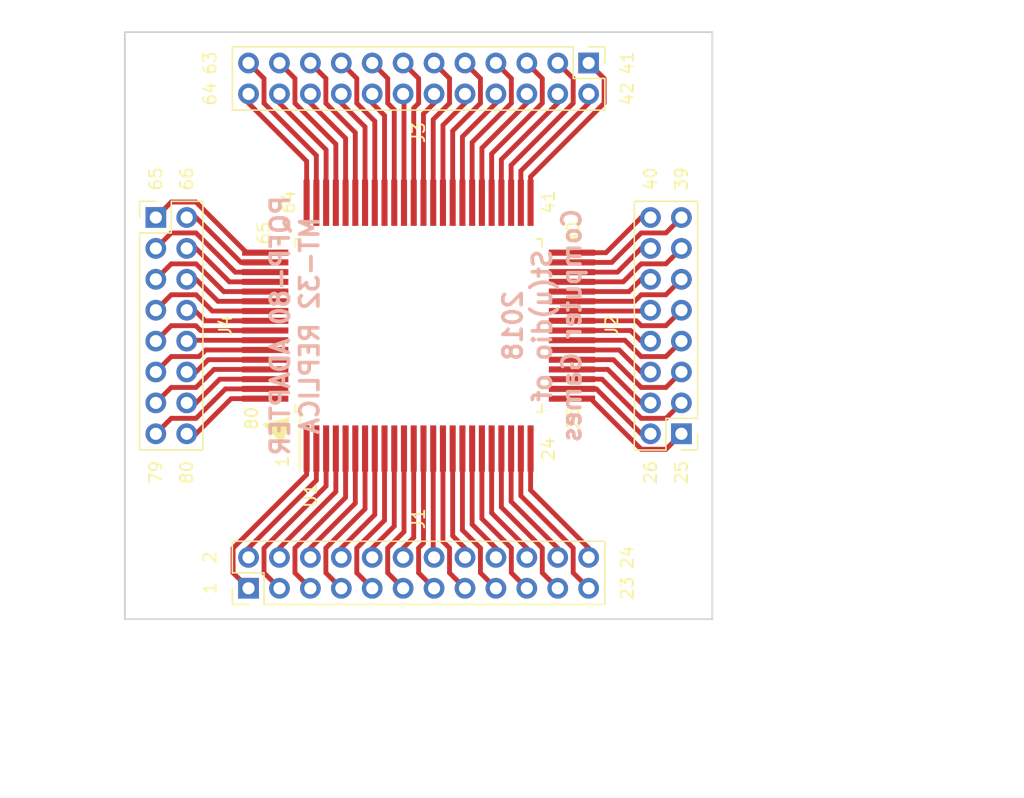
<source format=kicad_pcb>
(kicad_pcb (version 4) (host pcbnew 4.0.7)

  (general
    (links 80)
    (no_connects 0)
    (area 96.419999 81.179999 183.951429 148.750001)
    (thickness 1.6)
    (drawings 26)
    (tracks 277)
    (zones 0)
    (modules 5)
    (nets 81)
  )

  (page A4)
  (layers
    (0 F.Cu signal)
    (31 B.Cu signal)
    (32 B.Adhes user)
    (33 F.Adhes user)
    (34 B.Paste user)
    (35 F.Paste user)
    (36 B.SilkS user)
    (37 F.SilkS user)
    (38 B.Mask user)
    (39 F.Mask user)
    (40 Dwgs.User user)
    (41 Cmts.User user)
    (42 Eco1.User user)
    (43 Eco2.User user)
    (44 Edge.Cuts user)
    (45 Margin user)
    (46 B.CrtYd user)
    (47 F.CrtYd user)
    (48 B.Fab user)
    (49 F.Fab user)
  )

  (setup
    (last_trace_width 0.4)
    (trace_clearance 0.2)
    (zone_clearance 0.508)
    (zone_45_only no)
    (trace_min 0.2)
    (segment_width 0.2)
    (edge_width 0.15)
    (via_size 0.6)
    (via_drill 0.4)
    (via_min_size 0.4)
    (via_min_drill 0.3)
    (uvia_size 0.3)
    (uvia_drill 0.1)
    (uvias_allowed no)
    (uvia_min_size 0.2)
    (uvia_min_drill 0.1)
    (pcb_text_width 0.3)
    (pcb_text_size 1.5 1.5)
    (mod_edge_width 0.15)
    (mod_text_size 1 1)
    (mod_text_width 0.15)
    (pad_size 1.524 1.524)
    (pad_drill 0.762)
    (pad_to_mask_clearance 0.2)
    (aux_axis_origin 0 0)
    (visible_elements 7FFFFFFF)
    (pcbplotparams
      (layerselection 0x010f0_80000001)
      (usegerberextensions false)
      (excludeedgelayer true)
      (linewidth 0.100000)
      (plotframeref false)
      (viasonmask false)
      (mode 1)
      (useauxorigin false)
      (hpglpennumber 1)
      (hpglpenspeed 20)
      (hpglpendiameter 15)
      (hpglpenoverlay 2)
      (psnegative false)
      (psa4output false)
      (plotreference true)
      (plotvalue true)
      (plotinvisibletext false)
      (padsonsilk false)
      (subtractmaskfromsilk false)
      (outputformat 1)
      (mirror false)
      (drillshape 0)
      (scaleselection 1)
      (outputdirectory ""))
  )

  (net 0 "")
  (net 1 /P1)
  (net 2 /P2)
  (net 3 /P3)
  (net 4 /P4)
  (net 5 /P5)
  (net 6 /P6)
  (net 7 /P7)
  (net 8 /P8)
  (net 9 /P9)
  (net 10 /P10)
  (net 11 /P11)
  (net 12 /P12)
  (net 13 /P13)
  (net 14 /P14)
  (net 15 /P15)
  (net 16 /P16)
  (net 17 /P17)
  (net 18 /P18)
  (net 19 /P19)
  (net 20 /P20)
  (net 21 /P21)
  (net 22 /P22)
  (net 23 /P23)
  (net 24 /P24)
  (net 25 /P25)
  (net 26 /P26)
  (net 27 /P27)
  (net 28 /P28)
  (net 29 /P29)
  (net 30 /P30)
  (net 31 /P31)
  (net 32 /P32)
  (net 33 /P33)
  (net 34 /P34)
  (net 35 /P35)
  (net 36 /P36)
  (net 37 /P37)
  (net 38 /P38)
  (net 39 /P39)
  (net 40 /P40)
  (net 41 /P41)
  (net 42 /P42)
  (net 43 /P43)
  (net 44 /P44)
  (net 45 /P45)
  (net 46 /P46)
  (net 47 /P47)
  (net 48 /P48)
  (net 49 /P49)
  (net 50 /P50)
  (net 51 /P51)
  (net 52 /P52)
  (net 53 /P53)
  (net 54 /P54)
  (net 55 /P55)
  (net 56 /P56)
  (net 57 /P57)
  (net 58 /P58)
  (net 59 /P59)
  (net 60 /P60)
  (net 61 /P61)
  (net 62 /P62)
  (net 63 /P63)
  (net 64 /P64)
  (net 65 /P65)
  (net 66 /P66)
  (net 67 /P67)
  (net 68 /P68)
  (net 69 /P69)
  (net 70 /P70)
  (net 71 /P71)
  (net 72 /P72)
  (net 73 /P73)
  (net 74 /P74)
  (net 75 /P75)
  (net 76 /P76)
  (net 77 /P77)
  (net 78 /P78)
  (net 79 /P79)
  (net 80 /P80)

  (net_class Default "Это класс цепей по умолчанию."
    (clearance 0.2)
    (trace_width 0.4)
    (via_dia 0.6)
    (via_drill 0.4)
    (uvia_dia 0.3)
    (uvia_drill 0.1)
    (add_net /P1)
    (add_net /P10)
    (add_net /P11)
    (add_net /P12)
    (add_net /P13)
    (add_net /P14)
    (add_net /P15)
    (add_net /P16)
    (add_net /P17)
    (add_net /P18)
    (add_net /P19)
    (add_net /P2)
    (add_net /P20)
    (add_net /P21)
    (add_net /P22)
    (add_net /P23)
    (add_net /P24)
    (add_net /P25)
    (add_net /P26)
    (add_net /P27)
    (add_net /P28)
    (add_net /P29)
    (add_net /P3)
    (add_net /P30)
    (add_net /P31)
    (add_net /P32)
    (add_net /P33)
    (add_net /P34)
    (add_net /P35)
    (add_net /P36)
    (add_net /P37)
    (add_net /P38)
    (add_net /P39)
    (add_net /P4)
    (add_net /P40)
    (add_net /P41)
    (add_net /P42)
    (add_net /P43)
    (add_net /P44)
    (add_net /P45)
    (add_net /P46)
    (add_net /P47)
    (add_net /P48)
    (add_net /P49)
    (add_net /P5)
    (add_net /P50)
    (add_net /P51)
    (add_net /P52)
    (add_net /P53)
    (add_net /P54)
    (add_net /P55)
    (add_net /P56)
    (add_net /P57)
    (add_net /P58)
    (add_net /P59)
    (add_net /P6)
    (add_net /P60)
    (add_net /P61)
    (add_net /P62)
    (add_net /P63)
    (add_net /P64)
    (add_net /P65)
    (add_net /P66)
    (add_net /P67)
    (add_net /P68)
    (add_net /P69)
    (add_net /P7)
    (add_net /P70)
    (add_net /P71)
    (add_net /P72)
    (add_net /P73)
    (add_net /P74)
    (add_net /P75)
    (add_net /P76)
    (add_net /P77)
    (add_net /P78)
    (add_net /P79)
    (add_net /P8)
    (add_net /P80)
    (add_net /P9)
  )

  (module Pin_Headers:Pin_Header_Straight_2x12_Pitch2.54mm (layer F.Cu) (tedit 5B5CA320) (tstamp 5B56EC5A)
    (at 116.84 129.54 90)
    (descr "Through hole straight pin header, 2x12, 2.54mm pitch, double rows")
    (tags "Through hole pin header THT 2x12 2.54mm double row")
    (path /5B54EE68)
    (fp_text reference J1 (at 5.715 13.97 90) (layer F.SilkS)
      (effects (font (size 1 1) (thickness 0.15)))
    )
    (fp_text value DOWN (at 1.27 0 90) (layer F.Fab)
      (effects (font (size 1 1) (thickness 0.15)))
    )
    (fp_line (start 0 -1.27) (end 3.81 -1.27) (layer F.Fab) (width 0.1))
    (fp_line (start 3.81 -1.27) (end 3.81 29.21) (layer F.Fab) (width 0.1))
    (fp_line (start 3.81 29.21) (end -1.27 29.21) (layer F.Fab) (width 0.1))
    (fp_line (start -1.27 29.21) (end -1.27 0) (layer F.Fab) (width 0.1))
    (fp_line (start -1.27 0) (end 0 -1.27) (layer F.Fab) (width 0.1))
    (fp_line (start -1.33 29.27) (end 3.87 29.27) (layer F.SilkS) (width 0.12))
    (fp_line (start -1.33 1.27) (end -1.33 29.27) (layer F.SilkS) (width 0.12))
    (fp_line (start 3.87 -1.33) (end 3.87 29.27) (layer F.SilkS) (width 0.12))
    (fp_line (start -1.33 1.27) (end 1.27 1.27) (layer F.SilkS) (width 0.12))
    (fp_line (start 1.27 1.27) (end 1.27 -1.33) (layer F.SilkS) (width 0.12))
    (fp_line (start 1.27 -1.33) (end 3.87 -1.33) (layer F.SilkS) (width 0.12))
    (fp_line (start -1.33 0) (end -1.33 -1.33) (layer F.SilkS) (width 0.12))
    (fp_line (start -1.33 -1.33) (end 0 -1.33) (layer F.SilkS) (width 0.12))
    (fp_line (start -1.8 -1.8) (end -1.8 29.75) (layer F.CrtYd) (width 0.05))
    (fp_line (start -1.8 29.75) (end 4.35 29.75) (layer F.CrtYd) (width 0.05))
    (fp_line (start 4.35 29.75) (end 4.35 -1.8) (layer F.CrtYd) (width 0.05))
    (fp_line (start 4.35 -1.8) (end -1.8 -1.8) (layer F.CrtYd) (width 0.05))
    (fp_text user %R (at 1.27 13.97 180) (layer F.Fab)
      (effects (font (size 1 1) (thickness 0.15)))
    )
    (pad 1 thru_hole rect (at 0 0 90) (size 1.7 1.7) (drill 1) (layers *.Cu *.Mask)
      (net 1 /P1))
    (pad 2 thru_hole oval (at 2.54 0 90) (size 1.7 1.7) (drill 1) (layers *.Cu *.Mask)
      (net 2 /P2))
    (pad 3 thru_hole oval (at 0 2.54 90) (size 1.7 1.7) (drill 1) (layers *.Cu *.Mask)
      (net 3 /P3))
    (pad 4 thru_hole oval (at 2.54 2.54 90) (size 1.7 1.7) (drill 1) (layers *.Cu *.Mask)
      (net 4 /P4))
    (pad 5 thru_hole oval (at 0 5.08 90) (size 1.7 1.7) (drill 1) (layers *.Cu *.Mask)
      (net 5 /P5))
    (pad 6 thru_hole oval (at 2.54 5.08 90) (size 1.7 1.7) (drill 1) (layers *.Cu *.Mask)
      (net 6 /P6))
    (pad 7 thru_hole oval (at 0 7.62 90) (size 1.7 1.7) (drill 1) (layers *.Cu *.Mask)
      (net 7 /P7))
    (pad 8 thru_hole oval (at 2.54 7.62 90) (size 1.7 1.7) (drill 1) (layers *.Cu *.Mask)
      (net 8 /P8))
    (pad 9 thru_hole oval (at 0 10.16 90) (size 1.7 1.7) (drill 1) (layers *.Cu *.Mask)
      (net 9 /P9))
    (pad 10 thru_hole oval (at 2.54 10.16 90) (size 1.7 1.7) (drill 1) (layers *.Cu *.Mask)
      (net 10 /P10))
    (pad 11 thru_hole oval (at 0 12.7 90) (size 1.7 1.7) (drill 1) (layers *.Cu *.Mask)
      (net 11 /P11))
    (pad 12 thru_hole oval (at 2.54 12.7 90) (size 1.7 1.7) (drill 1) (layers *.Cu *.Mask)
      (net 12 /P12))
    (pad 13 thru_hole oval (at 0 15.24 90) (size 1.7 1.7) (drill 1) (layers *.Cu *.Mask)
      (net 13 /P13))
    (pad 14 thru_hole oval (at 2.54 15.24 90) (size 1.7 1.7) (drill 1) (layers *.Cu *.Mask)
      (net 14 /P14))
    (pad 15 thru_hole oval (at 0 17.78 90) (size 1.7 1.7) (drill 1) (layers *.Cu *.Mask)
      (net 15 /P15))
    (pad 16 thru_hole oval (at 2.54 17.78 90) (size 1.7 1.7) (drill 1) (layers *.Cu *.Mask)
      (net 16 /P16))
    (pad 17 thru_hole oval (at 0 20.32 90) (size 1.7 1.7) (drill 1) (layers *.Cu *.Mask)
      (net 17 /P17))
    (pad 18 thru_hole oval (at 2.54 20.32 90) (size 1.7 1.7) (drill 1) (layers *.Cu *.Mask)
      (net 18 /P18))
    (pad 19 thru_hole oval (at 0 22.86 90) (size 1.7 1.7) (drill 1) (layers *.Cu *.Mask)
      (net 19 /P19))
    (pad 20 thru_hole oval (at 2.54 22.86 90) (size 1.7 1.7) (drill 1) (layers *.Cu *.Mask)
      (net 20 /P20))
    (pad 21 thru_hole oval (at 0 25.4 90) (size 1.7 1.7) (drill 1) (layers *.Cu *.Mask)
      (net 21 /P21))
    (pad 22 thru_hole oval (at 2.54 25.4 90) (size 1.7 1.7) (drill 1) (layers *.Cu *.Mask)
      (net 22 /P22))
    (pad 23 thru_hole oval (at 0 27.94 90) (size 1.7 1.7) (drill 1) (layers *.Cu *.Mask)
      (net 23 /P23))
    (pad 24 thru_hole oval (at 2.54 27.94 90) (size 1.7 1.7) (drill 1) (layers *.Cu *.Mask)
      (net 24 /P24))
    (model ${KISYS3DMOD}/Pin_Headers.3dshapes/Pin_Header_Straight_2x12_Pitch2.54mm.wrl
      (at (xyz 0 0 0))
      (scale (xyz 1 1 1))
      (rotate (xyz 0 0 0))
    )
  )

  (module Pin_Headers:Pin_Header_Straight_2x08_Pitch2.54mm (layer F.Cu) (tedit 5B5CA319) (tstamp 5B56EC80)
    (at 152.4 116.84 180)
    (descr "Through hole straight pin header, 2x08, 2.54mm pitch, double rows")
    (tags "Through hole pin header THT 2x08 2.54mm double row")
    (path /5B54EEE2)
    (fp_text reference J2 (at 5.715 8.89 270) (layer F.SilkS)
      (effects (font (size 1 1) (thickness 0.15)))
    )
    (fp_text value RIGHT (at 1.27 0 180) (layer F.Fab)
      (effects (font (size 1 1) (thickness 0.15)))
    )
    (fp_line (start 0 -1.27) (end 3.81 -1.27) (layer F.Fab) (width 0.1))
    (fp_line (start 3.81 -1.27) (end 3.81 19.05) (layer F.Fab) (width 0.1))
    (fp_line (start 3.81 19.05) (end -1.27 19.05) (layer F.Fab) (width 0.1))
    (fp_line (start -1.27 19.05) (end -1.27 0) (layer F.Fab) (width 0.1))
    (fp_line (start -1.27 0) (end 0 -1.27) (layer F.Fab) (width 0.1))
    (fp_line (start -1.33 19.11) (end 3.87 19.11) (layer F.SilkS) (width 0.12))
    (fp_line (start -1.33 1.27) (end -1.33 19.11) (layer F.SilkS) (width 0.12))
    (fp_line (start 3.87 -1.33) (end 3.87 19.11) (layer F.SilkS) (width 0.12))
    (fp_line (start -1.33 1.27) (end 1.27 1.27) (layer F.SilkS) (width 0.12))
    (fp_line (start 1.27 1.27) (end 1.27 -1.33) (layer F.SilkS) (width 0.12))
    (fp_line (start 1.27 -1.33) (end 3.87 -1.33) (layer F.SilkS) (width 0.12))
    (fp_line (start -1.33 0) (end -1.33 -1.33) (layer F.SilkS) (width 0.12))
    (fp_line (start -1.33 -1.33) (end 0 -1.33) (layer F.SilkS) (width 0.12))
    (fp_line (start -1.8 -1.8) (end -1.8 19.55) (layer F.CrtYd) (width 0.05))
    (fp_line (start -1.8 19.55) (end 4.35 19.55) (layer F.CrtYd) (width 0.05))
    (fp_line (start 4.35 19.55) (end 4.35 -1.8) (layer F.CrtYd) (width 0.05))
    (fp_line (start 4.35 -1.8) (end -1.8 -1.8) (layer F.CrtYd) (width 0.05))
    (fp_text user %R (at 1.27 8.89 270) (layer F.Fab)
      (effects (font (size 1 1) (thickness 0.15)))
    )
    (pad 1 thru_hole rect (at 0 0 180) (size 1.7 1.7) (drill 1) (layers *.Cu *.Mask)
      (net 25 /P25))
    (pad 2 thru_hole oval (at 2.54 0 180) (size 1.7 1.7) (drill 1) (layers *.Cu *.Mask)
      (net 26 /P26))
    (pad 3 thru_hole oval (at 0 2.54 180) (size 1.7 1.7) (drill 1) (layers *.Cu *.Mask)
      (net 27 /P27))
    (pad 4 thru_hole oval (at 2.54 2.54 180) (size 1.7 1.7) (drill 1) (layers *.Cu *.Mask)
      (net 28 /P28))
    (pad 5 thru_hole oval (at 0 5.08 180) (size 1.7 1.7) (drill 1) (layers *.Cu *.Mask)
      (net 29 /P29))
    (pad 6 thru_hole oval (at 2.54 5.08 180) (size 1.7 1.7) (drill 1) (layers *.Cu *.Mask)
      (net 30 /P30))
    (pad 7 thru_hole oval (at 0 7.62 180) (size 1.7 1.7) (drill 1) (layers *.Cu *.Mask)
      (net 31 /P31))
    (pad 8 thru_hole oval (at 2.54 7.62 180) (size 1.7 1.7) (drill 1) (layers *.Cu *.Mask)
      (net 32 /P32))
    (pad 9 thru_hole oval (at 0 10.16 180) (size 1.7 1.7) (drill 1) (layers *.Cu *.Mask)
      (net 33 /P33))
    (pad 10 thru_hole oval (at 2.54 10.16 180) (size 1.7 1.7) (drill 1) (layers *.Cu *.Mask)
      (net 34 /P34))
    (pad 11 thru_hole oval (at 0 12.7 180) (size 1.7 1.7) (drill 1) (layers *.Cu *.Mask)
      (net 35 /P35))
    (pad 12 thru_hole oval (at 2.54 12.7 180) (size 1.7 1.7) (drill 1) (layers *.Cu *.Mask)
      (net 36 /P36))
    (pad 13 thru_hole oval (at 0 15.24 180) (size 1.7 1.7) (drill 1) (layers *.Cu *.Mask)
      (net 37 /P37))
    (pad 14 thru_hole oval (at 2.54 15.24 180) (size 1.7 1.7) (drill 1) (layers *.Cu *.Mask)
      (net 38 /P38))
    (pad 15 thru_hole oval (at 0 17.78 180) (size 1.7 1.7) (drill 1) (layers *.Cu *.Mask)
      (net 39 /P39))
    (pad 16 thru_hole oval (at 2.54 17.78 180) (size 1.7 1.7) (drill 1) (layers *.Cu *.Mask)
      (net 40 /P40))
    (model ${KISYS3DMOD}/Pin_Headers.3dshapes/Pin_Header_Straight_2x08_Pitch2.54mm.wrl
      (at (xyz 0 0 0))
      (scale (xyz 1 1 1))
      (rotate (xyz 0 0 0))
    )
  )

  (module Pin_Headers:Pin_Header_Straight_2x12_Pitch2.54mm (layer F.Cu) (tedit 5B5CA315) (tstamp 5B56ECAE)
    (at 144.78 86.36 270)
    (descr "Through hole straight pin header, 2x12, 2.54mm pitch, double rows")
    (tags "Through hole pin header THT 2x12 2.54mm double row")
    (path /5B54EEAD)
    (fp_text reference J3 (at 5.715 13.97 270) (layer F.SilkS)
      (effects (font (size 1 1) (thickness 0.15)))
    )
    (fp_text value UP (at 1.27 0 270) (layer F.Fab)
      (effects (font (size 1 1) (thickness 0.15)))
    )
    (fp_line (start 0 -1.27) (end 3.81 -1.27) (layer F.Fab) (width 0.1))
    (fp_line (start 3.81 -1.27) (end 3.81 29.21) (layer F.Fab) (width 0.1))
    (fp_line (start 3.81 29.21) (end -1.27 29.21) (layer F.Fab) (width 0.1))
    (fp_line (start -1.27 29.21) (end -1.27 0) (layer F.Fab) (width 0.1))
    (fp_line (start -1.27 0) (end 0 -1.27) (layer F.Fab) (width 0.1))
    (fp_line (start -1.33 29.27) (end 3.87 29.27) (layer F.SilkS) (width 0.12))
    (fp_line (start -1.33 1.27) (end -1.33 29.27) (layer F.SilkS) (width 0.12))
    (fp_line (start 3.87 -1.33) (end 3.87 29.27) (layer F.SilkS) (width 0.12))
    (fp_line (start -1.33 1.27) (end 1.27 1.27) (layer F.SilkS) (width 0.12))
    (fp_line (start 1.27 1.27) (end 1.27 -1.33) (layer F.SilkS) (width 0.12))
    (fp_line (start 1.27 -1.33) (end 3.87 -1.33) (layer F.SilkS) (width 0.12))
    (fp_line (start -1.33 0) (end -1.33 -1.33) (layer F.SilkS) (width 0.12))
    (fp_line (start -1.33 -1.33) (end 0 -1.33) (layer F.SilkS) (width 0.12))
    (fp_line (start -1.8 -1.8) (end -1.8 29.75) (layer F.CrtYd) (width 0.05))
    (fp_line (start -1.8 29.75) (end 4.35 29.75) (layer F.CrtYd) (width 0.05))
    (fp_line (start 4.35 29.75) (end 4.35 -1.8) (layer F.CrtYd) (width 0.05))
    (fp_line (start 4.35 -1.8) (end -1.8 -1.8) (layer F.CrtYd) (width 0.05))
    (fp_text user %R (at 1.27 13.97 360) (layer F.Fab)
      (effects (font (size 1 1) (thickness 0.15)))
    )
    (pad 1 thru_hole rect (at 0 0 270) (size 1.7 1.7) (drill 1) (layers *.Cu *.Mask)
      (net 41 /P41))
    (pad 2 thru_hole oval (at 2.54 0 270) (size 1.7 1.7) (drill 1) (layers *.Cu *.Mask)
      (net 42 /P42))
    (pad 3 thru_hole oval (at 0 2.54 270) (size 1.7 1.7) (drill 1) (layers *.Cu *.Mask)
      (net 43 /P43))
    (pad 4 thru_hole oval (at 2.54 2.54 270) (size 1.7 1.7) (drill 1) (layers *.Cu *.Mask)
      (net 44 /P44))
    (pad 5 thru_hole oval (at 0 5.08 270) (size 1.7 1.7) (drill 1) (layers *.Cu *.Mask)
      (net 45 /P45))
    (pad 6 thru_hole oval (at 2.54 5.08 270) (size 1.7 1.7) (drill 1) (layers *.Cu *.Mask)
      (net 46 /P46))
    (pad 7 thru_hole oval (at 0 7.62 270) (size 1.7 1.7) (drill 1) (layers *.Cu *.Mask)
      (net 47 /P47))
    (pad 8 thru_hole oval (at 2.54 7.62 270) (size 1.7 1.7) (drill 1) (layers *.Cu *.Mask)
      (net 48 /P48))
    (pad 9 thru_hole oval (at 0 10.16 270) (size 1.7 1.7) (drill 1) (layers *.Cu *.Mask)
      (net 49 /P49))
    (pad 10 thru_hole oval (at 2.54 10.16 270) (size 1.7 1.7) (drill 1) (layers *.Cu *.Mask)
      (net 50 /P50))
    (pad 11 thru_hole oval (at 0 12.7 270) (size 1.7 1.7) (drill 1) (layers *.Cu *.Mask)
      (net 51 /P51))
    (pad 12 thru_hole oval (at 2.54 12.7 270) (size 1.7 1.7) (drill 1) (layers *.Cu *.Mask)
      (net 52 /P52))
    (pad 13 thru_hole oval (at 0 15.24 270) (size 1.7 1.7) (drill 1) (layers *.Cu *.Mask)
      (net 53 /P53))
    (pad 14 thru_hole oval (at 2.54 15.24 270) (size 1.7 1.7) (drill 1) (layers *.Cu *.Mask)
      (net 54 /P54))
    (pad 15 thru_hole oval (at 0 17.78 270) (size 1.7 1.7) (drill 1) (layers *.Cu *.Mask)
      (net 55 /P55))
    (pad 16 thru_hole oval (at 2.54 17.78 270) (size 1.7 1.7) (drill 1) (layers *.Cu *.Mask)
      (net 56 /P56))
    (pad 17 thru_hole oval (at 0 20.32 270) (size 1.7 1.7) (drill 1) (layers *.Cu *.Mask)
      (net 57 /P57))
    (pad 18 thru_hole oval (at 2.54 20.32 270) (size 1.7 1.7) (drill 1) (layers *.Cu *.Mask)
      (net 58 /P58))
    (pad 19 thru_hole oval (at 0 22.86 270) (size 1.7 1.7) (drill 1) (layers *.Cu *.Mask)
      (net 59 /P59))
    (pad 20 thru_hole oval (at 2.54 22.86 270) (size 1.7 1.7) (drill 1) (layers *.Cu *.Mask)
      (net 60 /P60))
    (pad 21 thru_hole oval (at 0 25.4 270) (size 1.7 1.7) (drill 1) (layers *.Cu *.Mask)
      (net 61 /P61))
    (pad 22 thru_hole oval (at 2.54 25.4 270) (size 1.7 1.7) (drill 1) (layers *.Cu *.Mask)
      (net 62 /P62))
    (pad 23 thru_hole oval (at 0 27.94 270) (size 1.7 1.7) (drill 1) (layers *.Cu *.Mask)
      (net 63 /P63))
    (pad 24 thru_hole oval (at 2.54 27.94 270) (size 1.7 1.7) (drill 1) (layers *.Cu *.Mask)
      (net 64 /P64))
    (model ${KISYS3DMOD}/Pin_Headers.3dshapes/Pin_Header_Straight_2x12_Pitch2.54mm.wrl
      (at (xyz 0 0 0))
      (scale (xyz 1 1 1))
      (rotate (xyz 0 0 0))
    )
  )

  (module Pin_Headers:Pin_Header_Straight_2x08_Pitch2.54mm (layer F.Cu) (tedit 5B5CA310) (tstamp 5B56ECD4)
    (at 109.22 99.06)
    (descr "Through hole straight pin header, 2x08, 2.54mm pitch, double rows")
    (tags "Through hole pin header THT 2x08 2.54mm double row")
    (path /5B54EF51)
    (fp_text reference J4 (at 5.715 8.89 90) (layer F.SilkS)
      (effects (font (size 1 1) (thickness 0.15)))
    )
    (fp_text value LEFT (at 1.27 0) (layer F.Fab)
      (effects (font (size 1 1) (thickness 0.15)))
    )
    (fp_line (start 0 -1.27) (end 3.81 -1.27) (layer F.Fab) (width 0.1))
    (fp_line (start 3.81 -1.27) (end 3.81 19.05) (layer F.Fab) (width 0.1))
    (fp_line (start 3.81 19.05) (end -1.27 19.05) (layer F.Fab) (width 0.1))
    (fp_line (start -1.27 19.05) (end -1.27 0) (layer F.Fab) (width 0.1))
    (fp_line (start -1.27 0) (end 0 -1.27) (layer F.Fab) (width 0.1))
    (fp_line (start -1.33 19.11) (end 3.87 19.11) (layer F.SilkS) (width 0.12))
    (fp_line (start -1.33 1.27) (end -1.33 19.11) (layer F.SilkS) (width 0.12))
    (fp_line (start 3.87 -1.33) (end 3.87 19.11) (layer F.SilkS) (width 0.12))
    (fp_line (start -1.33 1.27) (end 1.27 1.27) (layer F.SilkS) (width 0.12))
    (fp_line (start 1.27 1.27) (end 1.27 -1.33) (layer F.SilkS) (width 0.12))
    (fp_line (start 1.27 -1.33) (end 3.87 -1.33) (layer F.SilkS) (width 0.12))
    (fp_line (start -1.33 0) (end -1.33 -1.33) (layer F.SilkS) (width 0.12))
    (fp_line (start -1.33 -1.33) (end 0 -1.33) (layer F.SilkS) (width 0.12))
    (fp_line (start -1.8 -1.8) (end -1.8 19.55) (layer F.CrtYd) (width 0.05))
    (fp_line (start -1.8 19.55) (end 4.35 19.55) (layer F.CrtYd) (width 0.05))
    (fp_line (start 4.35 19.55) (end 4.35 -1.8) (layer F.CrtYd) (width 0.05))
    (fp_line (start 4.35 -1.8) (end -1.8 -1.8) (layer F.CrtYd) (width 0.05))
    (fp_text user %R (at 1.27 8.89 90) (layer F.Fab)
      (effects (font (size 1 1) (thickness 0.15)))
    )
    (pad 1 thru_hole rect (at 0 0) (size 1.7 1.7) (drill 1) (layers *.Cu *.Mask)
      (net 65 /P65))
    (pad 2 thru_hole oval (at 2.54 0) (size 1.7 1.7) (drill 1) (layers *.Cu *.Mask)
      (net 66 /P66))
    (pad 3 thru_hole oval (at 0 2.54) (size 1.7 1.7) (drill 1) (layers *.Cu *.Mask)
      (net 67 /P67))
    (pad 4 thru_hole oval (at 2.54 2.54) (size 1.7 1.7) (drill 1) (layers *.Cu *.Mask)
      (net 68 /P68))
    (pad 5 thru_hole oval (at 0 5.08) (size 1.7 1.7) (drill 1) (layers *.Cu *.Mask)
      (net 69 /P69))
    (pad 6 thru_hole oval (at 2.54 5.08) (size 1.7 1.7) (drill 1) (layers *.Cu *.Mask)
      (net 70 /P70))
    (pad 7 thru_hole oval (at 0 7.62) (size 1.7 1.7) (drill 1) (layers *.Cu *.Mask)
      (net 71 /P71))
    (pad 8 thru_hole oval (at 2.54 7.62) (size 1.7 1.7) (drill 1) (layers *.Cu *.Mask)
      (net 72 /P72))
    (pad 9 thru_hole oval (at 0 10.16) (size 1.7 1.7) (drill 1) (layers *.Cu *.Mask)
      (net 73 /P73))
    (pad 10 thru_hole oval (at 2.54 10.16) (size 1.7 1.7) (drill 1) (layers *.Cu *.Mask)
      (net 74 /P74))
    (pad 11 thru_hole oval (at 0 12.7) (size 1.7 1.7) (drill 1) (layers *.Cu *.Mask)
      (net 75 /P75))
    (pad 12 thru_hole oval (at 2.54 12.7) (size 1.7 1.7) (drill 1) (layers *.Cu *.Mask)
      (net 76 /P76))
    (pad 13 thru_hole oval (at 0 15.24) (size 1.7 1.7) (drill 1) (layers *.Cu *.Mask)
      (net 77 /P77))
    (pad 14 thru_hole oval (at 2.54 15.24) (size 1.7 1.7) (drill 1) (layers *.Cu *.Mask)
      (net 78 /P78))
    (pad 15 thru_hole oval (at 0 17.78) (size 1.7 1.7) (drill 1) (layers *.Cu *.Mask)
      (net 79 /P79))
    (pad 16 thru_hole oval (at 2.54 17.78) (size 1.7 1.7) (drill 1) (layers *.Cu *.Mask)
      (net 80 /P80))
    (model ${KISYS3DMOD}/Pin_Headers.3dshapes/Pin_Header_Straight_2x08_Pitch2.54mm.wrl
      (at (xyz 0 0 0))
      (scale (xyz 1 1 1))
      (rotate (xyz 0 0 0))
    )
  )

  (module adapter-ga:PQFP-80_14x20mm_Pitch0.8mm_Roland (layer F.Cu) (tedit 5B5CA2CA) (tstamp 5B56ED57)
    (at 130.81 107.95 90)
    (descr "PQFP80 14x20 / QIP80E CASE 122BS (see ON Semiconductor 122BS.PDF)")
    (tags "QFP 0.8")
    (path /5B54ED86)
    (attr smd)
    (fp_text reference U1 (at -13.97 -8.89 90) (layer F.SilkS)
      (effects (font (size 1 1) (thickness 0.15)))
    )
    (fp_text value HG61H15B72F (at -2.54 0 180) (layer F.Fab)
      (effects (font (size 1 1) (thickness 0.15)))
    )
    (fp_line (start -9.5885 -11.2395) (end -8.1915 -12.5095) (layer F.SilkS) (width 0.15))
    (fp_line (start -8.1915 -12.5095) (end -7.747 -10.795) (layer F.SilkS) (width 0.15))
    (fp_line (start -7.747 -10.795) (end -9.4615 -11.2395) (layer F.SilkS) (width 0.15))
    (fp_line (start -9.4615 -11.2395) (end -8.255 -12.319) (layer F.SilkS) (width 0.15))
    (fp_line (start -8.255 -12.319) (end -7.874 -10.922) (layer F.SilkS) (width 0.15))
    (fp_line (start -7.874 -10.922) (end -9.271 -11.303) (layer F.SilkS) (width 0.15))
    (fp_line (start -9.271 -11.303) (end -8.3185 -12.1285) (layer F.SilkS) (width 0.15))
    (fp_line (start -8.3185 -12.1285) (end -8.001 -11.049) (layer F.SilkS) (width 0.15))
    (fp_line (start -8.001 -11.049) (end -9.0805 -11.3665) (layer F.SilkS) (width 0.15))
    (fp_line (start -9.0805 -11.3665) (end -8.382 -11.938) (layer F.SilkS) (width 0.15))
    (fp_line (start -8.382 -11.938) (end -8.128 -11.176) (layer F.SilkS) (width 0.15))
    (fp_line (start -8.128 -11.176) (end -8.89 -11.43) (layer F.SilkS) (width 0.15))
    (fp_line (start -8.89 -11.43) (end -8.4455 -11.7475) (layer F.SilkS) (width 0.15))
    (fp_line (start -8.4455 -11.7475) (end -8.255 -11.303) (layer F.SilkS) (width 0.15))
    (fp_line (start -8.255 -11.303) (end -8.6995 -11.4935) (layer F.SilkS) (width 0.15))
    (fp_line (start -8.6995 -11.4935) (end -8.4455 -11.6205) (layer F.SilkS) (width 0.15))
    (fp_line (start -8.4455 -11.6205) (end -8.4455 -11.43) (layer F.SilkS) (width 0.15))
    (fp_text user 41 (at 10.16 10.668 90) (layer F.SilkS)
      (effects (font (size 1 1) (thickness 0.15)))
    )
    (fp_line (start -9.652 -11.176) (end -8.128 -12.7) (layer F.SilkS) (width 0.15))
    (fp_line (start -8.128 -12.7) (end -7.62 -10.668) (layer F.SilkS) (width 0.15))
    (fp_line (start -7.62 -10.668) (end -9.652 -11.176) (layer F.SilkS) (width 0.15))
    (fp_text user 64 (at 10.16 -10.668 90) (layer F.SilkS)
      (effects (font (size 1 1) (thickness 0.15)))
    )
    (fp_text user 65 (at 7.62 -12.7 90) (layer F.SilkS)
      (effects (font (size 1 1) (thickness 0.15)))
    )
    (fp_text user 80 (at -7.62 -13.716 90) (layer F.SilkS)
      (effects (font (size 1 1) (thickness 0.15)))
    )
    (fp_text user 1 (at -11.176 -11.176 90) (layer F.SilkS)
      (effects (font (size 1 1) (thickness 0.15)))
    )
    (fp_text user 24 (at -10.16 10.668 90) (layer F.SilkS)
      (effects (font (size 1 1) (thickness 0.15)))
    )
    (fp_text user 40 (at 7.62 12.7 90) (layer F.SilkS)
      (effects (font (size 1 1) (thickness 0.15)))
    )
    (fp_text user 25 (at -7.62 12.7 90) (layer F.SilkS)
      (effects (font (size 1 1) (thickness 0.15)))
    )
    (fp_text user %R (at 0 0 180) (layer F.Fab)
      (effects (font (size 1 1) (thickness 0.15)))
    )
    (fp_line (start -6 -10) (end 7 -10) (layer F.Fab) (width 0.15))
    (fp_line (start 7 -10) (end 7 10) (layer F.Fab) (width 0.15))
    (fp_line (start 7 10) (end -7 10) (layer F.Fab) (width 0.15))
    (fp_line (start -7 10) (end -7 -9) (layer F.Fab) (width 0.15))
    (fp_line (start -7 -9) (end -6 -10) (layer F.Fab) (width 0.15))
    (fp_line (start -12 -14.5) (end -12 14.5) (layer F.CrtYd) (width 0.05))
    (fp_line (start 12 -14.5) (end 12 14.5) (layer F.CrtYd) (width 0.05))
    (fp_line (start -12 -14.5) (end 12 -14.5) (layer F.CrtYd) (width 0.05))
    (fp_line (start -12 14.5) (end 12 14.5) (layer F.CrtYd) (width 0.05))
    (fp_line (start -7.125 -10.125) (end -7.125 -9.775) (layer F.SilkS) (width 0.15))
    (fp_line (start 7.125 -10.125) (end 7.125 -9.675) (layer F.SilkS) (width 0.15))
    (fp_line (start 7.125 10.125) (end 7.125 9.675) (layer F.SilkS) (width 0.15))
    (fp_line (start -7.125 10.125) (end -7.125 9.675) (layer F.SilkS) (width 0.15))
    (fp_line (start -7.125 -10.125) (end -6.475 -10.125) (layer F.SilkS) (width 0.15))
    (fp_line (start -7.125 10.125) (end -6.475 10.125) (layer F.SilkS) (width 0.15))
    (fp_line (start 7.125 10.125) (end 6.475 10.125) (layer F.SilkS) (width 0.15))
    (fp_line (start 7.125 -10.125) (end 6.475 -10.125) (layer F.SilkS) (width 0.15))
    (fp_line (start -7.125 -9.775) (end -12 -9.775) (layer F.SilkS) (width 0.15))
    (pad 1 smd rect (at -10.1 -9.2 90) (size 3.8 0.5) (layers F.Cu F.Paste F.Mask)
      (net 1 /P1))
    (pad 2 smd rect (at -10.1 -8.4 90) (size 3.8 0.5) (layers F.Cu F.Paste F.Mask)
      (net 2 /P2))
    (pad 3 smd rect (at -10.1 -7.6 90) (size 3.8 0.5) (layers F.Cu F.Paste F.Mask)
      (net 3 /P3))
    (pad 4 smd rect (at -10.1 -6.8 90) (size 3.8 0.5) (layers F.Cu F.Paste F.Mask)
      (net 4 /P4))
    (pad 5 smd rect (at -10.1 -6 90) (size 3.8 0.5) (layers F.Cu F.Paste F.Mask)
      (net 5 /P5))
    (pad 6 smd rect (at -10.1 -5.2 90) (size 3.8 0.5) (layers F.Cu F.Paste F.Mask)
      (net 6 /P6))
    (pad 7 smd rect (at -10.1 -4.4 90) (size 3.8 0.5) (layers F.Cu F.Paste F.Mask)
      (net 7 /P7))
    (pad 8 smd rect (at -10.1 -3.6 90) (size 3.8 0.5) (layers F.Cu F.Paste F.Mask)
      (net 8 /P8))
    (pad 9 smd rect (at -10.1 -2.8 90) (size 3.8 0.5) (layers F.Cu F.Paste F.Mask)
      (net 9 /P9))
    (pad 10 smd rect (at -10.1 -2 90) (size 3.8 0.5) (layers F.Cu F.Paste F.Mask)
      (net 10 /P10))
    (pad 11 smd rect (at -10.1 -1.2 90) (size 3.8 0.5) (layers F.Cu F.Paste F.Mask)
      (net 11 /P11))
    (pad 12 smd rect (at -10.1 -0.4 90) (size 3.8 0.5) (layers F.Cu F.Paste F.Mask)
      (net 12 /P12))
    (pad 13 smd rect (at -10.1 0.4 90) (size 3.8 0.5) (layers F.Cu F.Paste F.Mask)
      (net 13 /P13))
    (pad 14 smd rect (at -10.1 1.2 90) (size 3.8 0.5) (layers F.Cu F.Paste F.Mask)
      (net 14 /P14))
    (pad 15 smd rect (at -10.1 2 90) (size 3.8 0.5) (layers F.Cu F.Paste F.Mask)
      (net 15 /P15))
    (pad 16 smd rect (at -10.1 2.8 90) (size 3.8 0.5) (layers F.Cu F.Paste F.Mask)
      (net 16 /P16))
    (pad 17 smd rect (at -10.1 3.6 90) (size 3.8 0.5) (layers F.Cu F.Paste F.Mask)
      (net 17 /P17))
    (pad 18 smd rect (at -10.1 4.4 90) (size 3.8 0.5) (layers F.Cu F.Paste F.Mask)
      (net 18 /P18))
    (pad 19 smd rect (at -10.1 5.2 90) (size 3.8 0.5) (layers F.Cu F.Paste F.Mask)
      (net 19 /P19))
    (pad 20 smd rect (at -10.1 6 90) (size 3.8 0.5) (layers F.Cu F.Paste F.Mask)
      (net 20 /P20))
    (pad 21 smd rect (at -10.1 6.8 90) (size 3.8 0.5) (layers F.Cu F.Paste F.Mask)
      (net 21 /P21))
    (pad 22 smd rect (at -10.1 7.6 90) (size 3.8 0.5) (layers F.Cu F.Paste F.Mask)
      (net 22 /P22))
    (pad 23 smd rect (at -10.1 8.4 90) (size 3.8 0.5) (layers F.Cu F.Paste F.Mask)
      (net 23 /P23))
    (pad 24 smd rect (at -10.1 9.2 90) (size 3.8 0.5) (layers F.Cu F.Paste F.Mask)
      (net 24 /P24))
    (pad 25 smd rect (at -6 12.6 180) (size 3.8 0.5) (layers F.Cu F.Paste F.Mask)
      (net 25 /P25))
    (pad 26 smd rect (at -5.2 12.6 180) (size 3.8 0.5) (layers F.Cu F.Paste F.Mask)
      (net 26 /P26))
    (pad 27 smd rect (at -4.4 12.6 180) (size 3.8 0.5) (layers F.Cu F.Paste F.Mask)
      (net 27 /P27))
    (pad 28 smd rect (at -3.6 12.6 180) (size 3.8 0.5) (layers F.Cu F.Paste F.Mask)
      (net 28 /P28))
    (pad 29 smd rect (at -2.8 12.6 180) (size 3.8 0.5) (layers F.Cu F.Paste F.Mask)
      (net 29 /P29))
    (pad 30 smd rect (at -2 12.6 180) (size 3.8 0.5) (layers F.Cu F.Paste F.Mask)
      (net 30 /P30))
    (pad 31 smd rect (at -1.2 12.6 180) (size 3.8 0.5) (layers F.Cu F.Paste F.Mask)
      (net 31 /P31))
    (pad 32 smd rect (at -0.4 12.6 180) (size 3.8 0.5) (layers F.Cu F.Paste F.Mask)
      (net 32 /P32))
    (pad 33 smd rect (at 0.4 12.6 180) (size 3.8 0.5) (layers F.Cu F.Paste F.Mask)
      (net 33 /P33))
    (pad 34 smd rect (at 1.2 12.6 180) (size 3.8 0.5) (layers F.Cu F.Paste F.Mask)
      (net 34 /P34))
    (pad 35 smd rect (at 2 12.6 180) (size 3.8 0.5) (layers F.Cu F.Paste F.Mask)
      (net 35 /P35))
    (pad 36 smd rect (at 2.8 12.6 180) (size 3.8 0.5) (layers F.Cu F.Paste F.Mask)
      (net 36 /P36))
    (pad 37 smd rect (at 3.6 12.6 180) (size 3.8 0.5) (layers F.Cu F.Paste F.Mask)
      (net 37 /P37))
    (pad 38 smd rect (at 4.4 12.6 180) (size 3.8 0.5) (layers F.Cu F.Paste F.Mask)
      (net 38 /P38))
    (pad 39 smd rect (at 5.2 12.6 180) (size 3.8 0.5) (layers F.Cu F.Paste F.Mask)
      (net 39 /P39))
    (pad 40 smd rect (at 6 12.6 180) (size 3.8 0.5) (layers F.Cu F.Paste F.Mask)
      (net 40 /P40))
    (pad 41 smd rect (at 10.1 9.2 90) (size 3.8 0.5) (layers F.Cu F.Paste F.Mask)
      (net 41 /P41))
    (pad 42 smd rect (at 10.1 8.4 90) (size 3.8 0.5) (layers F.Cu F.Paste F.Mask)
      (net 42 /P42))
    (pad 43 smd rect (at 10.1 7.6 90) (size 3.8 0.5) (layers F.Cu F.Paste F.Mask)
      (net 43 /P43))
    (pad 44 smd rect (at 10.1 6.8 90) (size 3.8 0.5) (layers F.Cu F.Paste F.Mask)
      (net 44 /P44))
    (pad 45 smd rect (at 10.1 6 90) (size 3.8 0.5) (layers F.Cu F.Paste F.Mask)
      (net 45 /P45))
    (pad 46 smd rect (at 10.1 5.2 90) (size 3.8 0.5) (layers F.Cu F.Paste F.Mask)
      (net 46 /P46))
    (pad 47 smd rect (at 10.1 4.4 90) (size 3.8 0.5) (layers F.Cu F.Paste F.Mask)
      (net 47 /P47))
    (pad 48 smd rect (at 10.1 3.6 90) (size 3.8 0.5) (layers F.Cu F.Paste F.Mask)
      (net 48 /P48))
    (pad 49 smd rect (at 10.1 2.8 90) (size 3.8 0.5) (layers F.Cu F.Paste F.Mask)
      (net 49 /P49))
    (pad 50 smd rect (at 10.1 2 90) (size 3.8 0.5) (layers F.Cu F.Paste F.Mask)
      (net 50 /P50))
    (pad 51 smd rect (at 10.1 1.2 90) (size 3.8 0.5) (layers F.Cu F.Paste F.Mask)
      (net 51 /P51))
    (pad 52 smd rect (at 10.1 0.4 90) (size 3.8 0.5) (layers F.Cu F.Paste F.Mask)
      (net 52 /P52))
    (pad 53 smd rect (at 10.1 -0.4 90) (size 3.8 0.5) (layers F.Cu F.Paste F.Mask)
      (net 53 /P53))
    (pad 54 smd rect (at 10.1 -1.2 90) (size 3.8 0.5) (layers F.Cu F.Paste F.Mask)
      (net 54 /P54))
    (pad 55 smd rect (at 10.1 -2 90) (size 3.8 0.5) (layers F.Cu F.Paste F.Mask)
      (net 55 /P55))
    (pad 56 smd rect (at 10.1 -2.8 90) (size 3.8 0.5) (layers F.Cu F.Paste F.Mask)
      (net 56 /P56))
    (pad 57 smd rect (at 10.1 -3.6 90) (size 3.8 0.5) (layers F.Cu F.Paste F.Mask)
      (net 57 /P57))
    (pad 58 smd rect (at 10.1 -4.4 90) (size 3.8 0.5) (layers F.Cu F.Paste F.Mask)
      (net 58 /P58))
    (pad 59 smd rect (at 10.1 -5.2 90) (size 3.8 0.5) (layers F.Cu F.Paste F.Mask)
      (net 59 /P59))
    (pad 60 smd rect (at 10.1 -6 90) (size 3.8 0.5) (layers F.Cu F.Paste F.Mask)
      (net 60 /P60))
    (pad 61 smd rect (at 10.1 -6.8 90) (size 3.8 0.5) (layers F.Cu F.Paste F.Mask)
      (net 61 /P61))
    (pad 62 smd rect (at 10.1 -7.6 90) (size 3.8 0.5) (layers F.Cu F.Paste F.Mask)
      (net 62 /P62))
    (pad 63 smd rect (at 10.1 -8.4 90) (size 3.8 0.5) (layers F.Cu F.Paste F.Mask)
      (net 63 /P63))
    (pad 64 smd rect (at 10.1 -9.2 90) (size 3.8 0.5) (layers F.Cu F.Paste F.Mask)
      (net 64 /P64))
    (pad 65 smd rect (at 6 -12.6 180) (size 3.8 0.5) (layers F.Cu F.Paste F.Mask)
      (net 65 /P65))
    (pad 66 smd rect (at 5.2 -12.6 180) (size 3.8 0.5) (layers F.Cu F.Paste F.Mask)
      (net 66 /P66))
    (pad 67 smd rect (at 4.4 -12.6 180) (size 3.8 0.5) (layers F.Cu F.Paste F.Mask)
      (net 67 /P67))
    (pad 68 smd rect (at 3.6 -12.6 180) (size 3.8 0.5) (layers F.Cu F.Paste F.Mask)
      (net 68 /P68))
    (pad 69 smd rect (at 2.8 -12.6 180) (size 3.8 0.5) (layers F.Cu F.Paste F.Mask)
      (net 69 /P69))
    (pad 70 smd rect (at 2 -12.6 180) (size 3.8 0.5) (layers F.Cu F.Paste F.Mask)
      (net 70 /P70))
    (pad 71 smd rect (at 1.2 -12.6 180) (size 3.8 0.5) (layers F.Cu F.Paste F.Mask)
      (net 71 /P71))
    (pad 72 smd rect (at 0.4 -12.6 180) (size 3.8 0.5) (layers F.Cu F.Paste F.Mask)
      (net 72 /P72))
    (pad 73 smd rect (at -0.4 -12.6 180) (size 3.8 0.5) (layers F.Cu F.Paste F.Mask)
      (net 73 /P73))
    (pad 74 smd rect (at -1.2 -12.6 180) (size 3.8 0.5) (layers F.Cu F.Paste F.Mask)
      (net 74 /P74))
    (pad 75 smd rect (at -2 -12.6 180) (size 3.8 0.5) (layers F.Cu F.Paste F.Mask)
      (net 75 /P75))
    (pad 76 smd rect (at -2.8 -12.6 180) (size 3.8 0.5) (layers F.Cu F.Paste F.Mask)
      (net 76 /P76))
    (pad 77 smd rect (at -3.6 -12.6 180) (size 3.8 0.5) (layers F.Cu F.Paste F.Mask)
      (net 77 /P77))
    (pad 78 smd rect (at -4.4 -12.6 180) (size 3.8 0.5) (layers F.Cu F.Paste F.Mask)
      (net 78 /P78))
    (pad 79 smd rect (at -5.2 -12.6 180) (size 3.8 0.5) (layers F.Cu F.Paste F.Mask)
      (net 79 /P79))
    (pad 80 smd rect (at -6 -12.6 180) (size 3.8 0.5) (layers F.Cu F.Paste F.Mask)
      (net 80 /P80))
    (model ${KISYS3DMOD}/Housings_QFP.3dshapes/PQFP-80_14x20mm_Pitch0.8mm.wrl
      (at (xyz 0 0 0))
      (scale (xyz 1 1 1))
      (rotate (xyz 0 0 0))
    )
  )

  (gr_text "2018\nSt(u)dio of\nComputer Games" (at 140.97 107.95 90) (layer B.SilkS)
    (effects (font (size 1.5 1.5) (thickness 0.3)) (justify mirror))
  )
  (gr_text "PQFP-80 ADAPTER\nMT-32 REPLICA" (at 120.65 107.95 90) (layer B.SilkS)
    (effects (font (size 1.5 1.5) (thickness 0.3)) (justify mirror))
  )
  (gr_text 63 (at 113.665 86.36 90) (layer F.SilkS)
    (effects (font (size 1 1) (thickness 0.15)))
  )
  (gr_text 64 (at 113.665 88.9 90) (layer F.SilkS)
    (effects (font (size 1 1) (thickness 0.15)))
  )
  (gr_text 42 (at 147.955 88.9 90) (layer F.SilkS)
    (effects (font (size 1 1) (thickness 0.15)))
  )
  (gr_text 41 (at 147.955 86.36 90) (layer F.SilkS)
    (effects (font (size 1 1) (thickness 0.15)))
  )
  (gr_text 39 (at 152.4 95.885 90) (layer F.SilkS)
    (effects (font (size 1 1) (thickness 0.15)))
  )
  (gr_text 40 (at 149.86 95.885 90) (layer F.SilkS)
    (effects (font (size 1 1) (thickness 0.15)))
  )
  (gr_text 26 (at 149.86 120.015 90) (layer F.SilkS)
    (effects (font (size 1 1) (thickness 0.15)))
  )
  (gr_text 25 (at 152.4 120.015 90) (layer F.SilkS)
    (effects (font (size 1 1) (thickness 0.15)))
  )
  (gr_text 66 (at 111.76 95.885 90) (layer F.SilkS)
    (effects (font (size 1 1) (thickness 0.15)))
  )
  (gr_text 65 (at 109.22 95.885 90) (layer F.SilkS)
    (effects (font (size 1 1) (thickness 0.15)))
  )
  (gr_text 24 (at 147.955 127 90) (layer F.SilkS)
    (effects (font (size 1 1) (thickness 0.15)))
  )
  (gr_text 23 (at 147.955 129.54 90) (layer F.SilkS)
    (effects (font (size 1 1) (thickness 0.15)))
  )
  (gr_text 2 (at 113.665 127 90) (layer F.SilkS)
    (effects (font (size 1 1) (thickness 0.15)))
  )
  (gr_text 1 (at 113.665 129.54 90) (layer F.SilkS)
    (effects (font (size 1 1) (thickness 0.15)))
  )
  (gr_text 80 (at 111.76 120.015 90) (layer F.SilkS)
    (effects (font (size 1 1) (thickness 0.15)))
  )
  (gr_text 79 (at 109.22 120.015 90) (layer F.SilkS)
    (effects (font (size 1 1) (thickness 0.15)))
  )
  (dimension 48.26 (width 0.3) (layer Eco1.User)
    (gr_text "48,260 мм" (at 130.81 147.4) (layer Eco1.User)
      (effects (font (size 1.5 1.5) (thickness 0.3)))
    )
    (feature1 (pts (xy 154.94 134.62) (xy 154.94 148.75)))
    (feature2 (pts (xy 106.68 134.62) (xy 106.68 148.75)))
    (crossbar (pts (xy 106.68 146.05) (xy 154.94 146.05)))
    (arrow1a (pts (xy 154.94 146.05) (xy 153.813496 146.636421)))
    (arrow1b (pts (xy 154.94 146.05) (xy 153.813496 145.463579)))
    (arrow2a (pts (xy 106.68 146.05) (xy 107.806504 146.636421)))
    (arrow2b (pts (xy 106.68 146.05) (xy 107.806504 145.463579)))
  )
  (dimension 48.26 (width 0.3) (layer Eco1.User)
    (gr_text "48,260 мм" (at 177.88 107.95 270) (layer Eco1.User)
      (effects (font (size 1.5 1.5) (thickness 0.3)))
    )
    (feature1 (pts (xy 158.75 132.08) (xy 179.23 132.08)))
    (feature2 (pts (xy 158.75 83.82) (xy 179.23 83.82)))
    (crossbar (pts (xy 176.53 83.82) (xy 176.53 132.08)))
    (arrow1a (pts (xy 176.53 132.08) (xy 175.943579 130.953496)))
    (arrow1b (pts (xy 176.53 132.08) (xy 177.116421 130.953496)))
    (arrow2a (pts (xy 176.53 83.82) (xy 175.943579 84.946504)))
    (arrow2b (pts (xy 176.53 83.82) (xy 177.116421 84.946504)))
  )
  (gr_line (start 106.68 132.08) (end 106.68 83.82) (angle 90) (layer Edge.Cuts) (width 0.15))
  (gr_line (start 154.94 132.08) (end 106.68 132.08) (angle 90) (layer Edge.Cuts) (width 0.15))
  (gr_line (start 154.94 83.82) (end 154.94 132.08) (angle 90) (layer Edge.Cuts) (width 0.15))
  (gr_line (start 106.68 83.82) (end 154.94 83.82) (angle 90) (layer Edge.Cuts) (width 0.15))
  (gr_line (start 96.52 107.95) (end 168.91 107.95) (angle 90) (layer Eco1.User) (width 0.2))
  (gr_line (start 130.81 81.28) (end 130.81 138.43) (angle 90) (layer Eco1.User) (width 0.2))

  (segment (start 121.61 118.05) (end 121.61 120.198) (width 0.4) (layer F.Cu) (net 1))
  (segment (start 115.57 128.27) (end 116.84 129.54) (width 0.4) (layer F.Cu) (net 1) (tstamp 5B5B81B8))
  (segment (start 115.57 126.238) (end 115.57 128.27) (width 0.4) (layer F.Cu) (net 1) (tstamp 5B5B81B4))
  (segment (start 121.61 120.198) (end 115.57 126.238) (width 0.4) (layer F.Cu) (net 1) (tstamp 5B5B81B3))
  (segment (start 122.41 118.05) (end 122.41 120.668) (width 0.4) (layer F.Cu) (net 2))
  (segment (start 116.84 126.238) (end 116.84 127) (width 0.4) (layer F.Cu) (net 2) (tstamp 5B5B817A))
  (segment (start 122.41 120.668) (end 116.84 126.238) (width 0.4) (layer F.Cu) (net 2) (tstamp 5B5B8178))
  (segment (start 123.21 118.05) (end 123.21 121.138) (width 0.4) (layer F.Cu) (net 3))
  (segment (start 118.11 128.27) (end 119.38 129.54) (width 0.4) (layer F.Cu) (net 3) (tstamp 5B5B8175))
  (segment (start 118.11 126.238) (end 118.11 128.27) (width 0.4) (layer F.Cu) (net 3) (tstamp 5B5B8174))
  (segment (start 123.21 121.138) (end 118.11 126.238) (width 0.4) (layer F.Cu) (net 3) (tstamp 5B5B8172))
  (segment (start 124.01 118.05) (end 124.01 121.608) (width 0.4) (layer F.Cu) (net 4))
  (segment (start 124.01 121.608) (end 119.38 126.238) (width 0.4) (layer F.Cu) (net 4) (tstamp 5B5B816D))
  (segment (start 119.38 126.238) (end 119.38 127) (width 0.4) (layer F.Cu) (net 4) (tstamp 5B5B816F))
  (segment (start 124.81 118.05) (end 124.81 122.078) (width 0.4) (layer F.Cu) (net 5))
  (segment (start 120.65 128.27) (end 121.92 129.54) (width 0.4) (layer F.Cu) (net 5) (tstamp 5B5B8166))
  (segment (start 120.65 126.238) (end 120.65 128.27) (width 0.4) (layer F.Cu) (net 5) (tstamp 5B5B8164))
  (segment (start 124.81 122.078) (end 120.65 126.238) (width 0.4) (layer F.Cu) (net 5) (tstamp 5B5B8162))
  (segment (start 125.61 118.05) (end 125.61 122.548) (width 0.4) (layer F.Cu) (net 6))
  (segment (start 125.61 122.548) (end 121.92 126.238) (width 0.4) (layer F.Cu) (net 6) (tstamp 5B5B815A))
  (segment (start 121.92 126.238) (end 121.92 127) (width 0.4) (layer F.Cu) (net 6) (tstamp 5B5B815F))
  (segment (start 126.41 118.05) (end 126.41 123.018) (width 0.4) (layer F.Cu) (net 7))
  (segment (start 123.19 128.27) (end 124.46 129.54) (width 0.4) (layer F.Cu) (net 7) (tstamp 5B5B8154))
  (segment (start 123.19 126.238) (end 123.19 128.27) (width 0.4) (layer F.Cu) (net 7) (tstamp 5B5B8152))
  (segment (start 126.41 123.018) (end 123.19 126.238) (width 0.4) (layer F.Cu) (net 7) (tstamp 5B5B814E))
  (segment (start 127.21 118.05) (end 127.21 123.488) (width 0.4) (layer F.Cu) (net 8))
  (segment (start 124.46 126.238) (end 124.46 127) (width 0.4) (layer F.Cu) (net 8) (tstamp 5B5B8145))
  (segment (start 127.21 123.488) (end 124.46 126.238) (width 0.4) (layer F.Cu) (net 8) (tstamp 5B5B8144))
  (segment (start 128.01 118.05) (end 128.01 123.958) (width 0.4) (layer F.Cu) (net 9))
  (segment (start 125.73 128.27) (end 127 129.54) (width 0.4) (layer F.Cu) (net 9) (tstamp 5B5B7907))
  (segment (start 125.73 126.238) (end 125.73 128.27) (width 0.4) (layer F.Cu) (net 9) (tstamp 5B5B7905))
  (segment (start 128.01 123.958) (end 125.73 126.238) (width 0.4) (layer F.Cu) (net 9) (tstamp 5B5B7902))
  (segment (start 128.81 118.05) (end 128.81 124.428) (width 0.4) (layer F.Cu) (net 10))
  (segment (start 127 126.238) (end 127 127) (width 0.4) (layer F.Cu) (net 10) (tstamp 5B5B78F5))
  (segment (start 128.81 124.428) (end 127 126.238) (width 0.4) (layer F.Cu) (net 10) (tstamp 5B5B78F4))
  (segment (start 129.61 118.05) (end 129.61 124.898) (width 0.4) (layer F.Cu) (net 11))
  (segment (start 128.27 128.27) (end 129.54 129.54) (width 0.4) (layer F.Cu) (net 11) (tstamp 5B5B78FB))
  (segment (start 128.27 126.238) (end 128.27 128.27) (width 0.4) (layer F.Cu) (net 11) (tstamp 5B5B78FA))
  (segment (start 129.61 124.898) (end 128.27 126.238) (width 0.4) (layer F.Cu) (net 11) (tstamp 5B5B78F9))
  (segment (start 130.41 118.05) (end 130.41 125.368) (width 0.4) (layer F.Cu) (net 12))
  (segment (start 129.54 126.238) (end 129.54 127) (width 0.4) (layer F.Cu) (net 12) (tstamp 5B5B78C1))
  (segment (start 130.41 125.368) (end 129.54 126.238) (width 0.4) (layer F.Cu) (net 12) (tstamp 5B5B78C0))
  (segment (start 131.21 118.05) (end 131.21 125.838) (width 0.4) (layer F.Cu) (net 13))
  (segment (start 130.81 128.27) (end 132.08 129.54) (width 0.4) (layer F.Cu) (net 13) (tstamp 5B5B78D5))
  (segment (start 130.81 126.238) (end 130.81 128.27) (width 0.4) (layer F.Cu) (net 13) (tstamp 5B5B78D2))
  (segment (start 131.21 125.838) (end 130.81 126.238) (width 0.4) (layer F.Cu) (net 13) (tstamp 5B5B78CF))
  (segment (start 132.01 118.05) (end 132.01 126.93) (width 0.4) (layer F.Cu) (net 14))
  (segment (start 132.01 126.93) (end 132.08 127) (width 0.4) (layer F.Cu) (net 14) (tstamp 5B5B78D8))
  (segment (start 132.81 118.05) (end 132.81 125.698) (width 0.4) (layer F.Cu) (net 15))
  (segment (start 133.35 128.27) (end 134.62 129.54) (width 0.4) (layer F.Cu) (net 15) (tstamp 5B5B78DE))
  (segment (start 133.35 126.238) (end 133.35 128.27) (width 0.4) (layer F.Cu) (net 15) (tstamp 5B5B78DD))
  (segment (start 132.81 125.698) (end 133.35 126.238) (width 0.4) (layer F.Cu) (net 15) (tstamp 5B5B78DB))
  (segment (start 133.61 118.05) (end 133.61 125.228) (width 0.4) (layer F.Cu) (net 16))
  (segment (start 134.62 126.238) (end 134.62 127) (width 0.4) (layer F.Cu) (net 16) (tstamp 5B5B790B))
  (segment (start 133.61 125.228) (end 134.62 126.238) (width 0.4) (layer F.Cu) (net 16) (tstamp 5B5B790A))
  (segment (start 134.41 118.05) (end 134.41 124.758) (width 0.4) (layer F.Cu) (net 17))
  (segment (start 135.89 128.27) (end 137.16 129.54) (width 0.4) (layer F.Cu) (net 17) (tstamp 5B5B7910))
  (segment (start 135.89 126.238) (end 135.89 128.27) (width 0.4) (layer F.Cu) (net 17) (tstamp 5B5B790F))
  (segment (start 134.41 124.758) (end 135.89 126.238) (width 0.4) (layer F.Cu) (net 17) (tstamp 5B5B790E))
  (segment (start 135.21 118.05) (end 135.21 124.288) (width 0.4) (layer F.Cu) (net 18))
  (segment (start 137.16 126.238) (end 137.16 127) (width 0.4) (layer F.Cu) (net 18) (tstamp 5B5B7F22))
  (segment (start 135.21 124.288) (end 137.16 126.238) (width 0.4) (layer F.Cu) (net 18) (tstamp 5B5B7F21))
  (segment (start 136.01 118.05) (end 136.01 123.818) (width 0.4) (layer F.Cu) (net 19))
  (segment (start 138.43 128.27) (end 139.7 129.54) (width 0.4) (layer F.Cu) (net 19) (tstamp 5B5B7F11))
  (segment (start 138.43 126.238) (end 138.43 128.27) (width 0.4) (layer F.Cu) (net 19) (tstamp 5B5B7F0F))
  (segment (start 136.01 123.818) (end 138.43 126.238) (width 0.4) (layer F.Cu) (net 19) (tstamp 5B5B7F0B))
  (segment (start 136.81 118.05) (end 136.81 123.348) (width 0.4) (layer F.Cu) (net 20))
  (segment (start 136.81 123.348) (end 139.7 126.238) (width 0.4) (layer F.Cu) (net 20) (tstamp 5B5B7F07))
  (segment (start 139.7 126.238) (end 139.7 127) (width 0.4) (layer F.Cu) (net 20) (tstamp 5B5B7F08))
  (segment (start 137.61 118.05) (end 137.61 122.878) (width 0.4) (layer F.Cu) (net 21))
  (segment (start 140.97 128.27) (end 142.24 129.54) (width 0.4) (layer F.Cu) (net 21) (tstamp 5B5B7F00))
  (segment (start 140.97 126.238) (end 140.97 128.27) (width 0.4) (layer F.Cu) (net 21) (tstamp 5B5B7EFE))
  (segment (start 137.61 122.878) (end 140.97 126.238) (width 0.4) (layer F.Cu) (net 21) (tstamp 5B5B7EFA))
  (segment (start 138.41 118.05) (end 138.41 122.408) (width 0.4) (layer F.Cu) (net 22))
  (segment (start 138.41 122.408) (end 142.24 126.238) (width 0.4) (layer F.Cu) (net 22) (tstamp 5B5B7EF3))
  (segment (start 142.24 126.238) (end 142.24 127) (width 0.4) (layer F.Cu) (net 22) (tstamp 5B5B7EF7))
  (segment (start 139.21 118.05) (end 139.21 121.938) (width 0.4) (layer F.Cu) (net 23))
  (segment (start 143.51 128.27) (end 144.78 129.54) (width 0.4) (layer F.Cu) (net 23) (tstamp 5B5B7EE9))
  (segment (start 143.51 126.238) (end 143.51 128.27) (width 0.4) (layer F.Cu) (net 23) (tstamp 5B5B7EE7))
  (segment (start 139.21 121.938) (end 143.51 126.238) (width 0.4) (layer F.Cu) (net 23) (tstamp 5B5B7EE3))
  (segment (start 140.01 118.05) (end 140.01 121.468) (width 0.4) (layer F.Cu) (net 24))
  (segment (start 144.78 126.238) (end 144.78 127) (width 0.4) (layer F.Cu) (net 24) (tstamp 5B5B7EB8))
  (segment (start 140.01 121.468) (end 144.78 126.238) (width 0.4) (layer F.Cu) (net 24) (tstamp 5B5B7EB4))
  (segment (start 143.41 113.95) (end 144.938 113.95) (width 0.4) (layer F.Cu) (net 25))
  (segment (start 144.938 113.95) (end 149.098 118.11) (width 0.4) (layer F.Cu) (net 25) (tstamp 5B5B7749))
  (segment (start 149.098 118.11) (end 151.13 118.11) (width 0.4) (layer F.Cu) (net 25) (tstamp 5B5B774B))
  (segment (start 151.13 118.11) (end 152.4 116.84) (width 0.4) (layer F.Cu) (net 25) (tstamp 5B5B774D))
  (segment (start 143.41 113.15) (end 145.408 113.15) (width 0.4) (layer F.Cu) (net 26))
  (segment (start 145.408 113.15) (end 149.098 116.84) (width 0.4) (layer F.Cu) (net 26) (tstamp 5B5B7783))
  (segment (start 149.098 116.84) (end 149.86 116.84) (width 0.4) (layer F.Cu) (net 26) (tstamp 5B5B7785))
  (segment (start 143.41 112.35) (end 145.878 112.35) (width 0.4) (layer F.Cu) (net 27))
  (segment (start 151.13 115.57) (end 152.4 114.3) (width 0.4) (layer F.Cu) (net 27) (tstamp 5B5B7772))
  (segment (start 149.098 115.57) (end 151.13 115.57) (width 0.4) (layer F.Cu) (net 27) (tstamp 5B5B7770))
  (segment (start 145.878 112.35) (end 149.098 115.57) (width 0.4) (layer F.Cu) (net 27) (tstamp 5B5B776B))
  (segment (start 143.41 111.55) (end 146.348 111.55) (width 0.4) (layer F.Cu) (net 28))
  (segment (start 146.348 111.55) (end 149.098 114.3) (width 0.4) (layer F.Cu) (net 28) (tstamp 5B5B77D9))
  (segment (start 149.098 114.3) (end 149.86 114.3) (width 0.4) (layer F.Cu) (net 28) (tstamp 5B5B77DA))
  (segment (start 143.41 110.75) (end 146.818 110.75) (width 0.4) (layer F.Cu) (net 29))
  (segment (start 151.13 113.03) (end 152.4 111.76) (width 0.4) (layer F.Cu) (net 29) (tstamp 5B5B77EC))
  (segment (start 149.098 113.03) (end 151.13 113.03) (width 0.4) (layer F.Cu) (net 29) (tstamp 5B5B77EA))
  (segment (start 146.818 110.75) (end 149.098 113.03) (width 0.4) (layer F.Cu) (net 29) (tstamp 5B5B77E8))
  (segment (start 143.41 109.95) (end 147.288 109.95) (width 0.4) (layer F.Cu) (net 30))
  (segment (start 147.288 109.95) (end 149.098 111.76) (width 0.4) (layer F.Cu) (net 30) (tstamp 5B5B77F3))
  (segment (start 149.098 111.76) (end 149.86 111.76) (width 0.4) (layer F.Cu) (net 30) (tstamp 5B5B77F4))
  (segment (start 143.41 109.15) (end 147.758 109.15) (width 0.4) (layer F.Cu) (net 31))
  (segment (start 151.13 110.49) (end 152.4 109.22) (width 0.4) (layer F.Cu) (net 31) (tstamp 5B5B77F9))
  (segment (start 149.098 110.49) (end 151.13 110.49) (width 0.4) (layer F.Cu) (net 31) (tstamp 5B5B77F8))
  (segment (start 147.758 109.15) (end 149.098 110.49) (width 0.4) (layer F.Cu) (net 31) (tstamp 5B5B77F7))
  (segment (start 143.41 108.35) (end 148.228 108.35) (width 0.4) (layer F.Cu) (net 32))
  (segment (start 148.228 108.35) (end 149.098 109.22) (width 0.4) (layer F.Cu) (net 32) (tstamp 5B5B77FC))
  (segment (start 149.352 109.22) (end 149.86 109.22) (width 0.4) (layer F.Cu) (net 32) (tstamp 5B5B77FD))
  (segment (start 143.41 107.55) (end 148.698 107.55) (width 0.4) (layer F.Cu) (net 33))
  (segment (start 151.13 107.95) (end 152.4 106.68) (width 0.4) (layer F.Cu) (net 33) (tstamp 5B5B7804))
  (segment (start 149.098 107.95) (end 151.13 107.95) (width 0.4) (layer F.Cu) (net 33) (tstamp 5B5B7803))
  (segment (start 148.698 107.55) (end 149.098 107.95) (width 0.4) (layer F.Cu) (net 33) (tstamp 5B5B7800))
  (segment (start 143.41 106.75) (end 149.79 106.75) (width 0.4) (layer F.Cu) (net 34))
  (segment (start 149.79 106.75) (end 149.86 106.68) (width 0.4) (layer F.Cu) (net 34) (tstamp 5B5B782C))
  (segment (start 143.41 105.95) (end 148.558 105.95) (width 0.4) (layer F.Cu) (net 35))
  (segment (start 151.13 105.41) (end 152.4 104.14) (width 0.4) (layer F.Cu) (net 35) (tstamp 5B5B7833))
  (segment (start 149.098 105.41) (end 151.13 105.41) (width 0.4) (layer F.Cu) (net 35) (tstamp 5B5B7832))
  (segment (start 148.558 105.95) (end 149.098 105.41) (width 0.4) (layer F.Cu) (net 35) (tstamp 5B5B7830))
  (segment (start 143.41 105.15) (end 148.088 105.15) (width 0.4) (layer F.Cu) (net 36))
  (segment (start 149.098 104.14) (end 149.86 104.14) (width 0.4) (layer F.Cu) (net 36) (tstamp 5B5B783F))
  (segment (start 148.088 105.15) (end 149.098 104.14) (width 0.4) (layer F.Cu) (net 36) (tstamp 5B5B783D))
  (segment (start 143.41 104.35) (end 147.618 104.35) (width 0.4) (layer F.Cu) (net 37))
  (segment (start 151.13 102.87) (end 152.4 101.6) (width 0.4) (layer F.Cu) (net 37) (tstamp 5B5B7851))
  (segment (start 149.098 102.87) (end 151.13 102.87) (width 0.4) (layer F.Cu) (net 37) (tstamp 5B5B784F))
  (segment (start 147.618 104.35) (end 149.098 102.87) (width 0.4) (layer F.Cu) (net 37) (tstamp 5B5B784D))
  (segment (start 143.41 103.55) (end 147.148 103.55) (width 0.4) (layer F.Cu) (net 38))
  (segment (start 147.148 103.55) (end 149.098 101.6) (width 0.4) (layer F.Cu) (net 38) (tstamp 5B5B7858))
  (segment (start 149.098 101.6) (end 149.86 101.6) (width 0.4) (layer F.Cu) (net 38) (tstamp 5B5B7859))
  (segment (start 143.41 102.75) (end 146.678 102.75) (width 0.4) (layer F.Cu) (net 39))
  (segment (start 151.13 100.33) (end 152.4 99.06) (width 0.4) (layer F.Cu) (net 39) (tstamp 5B5B7860))
  (segment (start 149.098 100.33) (end 151.13 100.33) (width 0.4) (layer F.Cu) (net 39) (tstamp 5B5B785E))
  (segment (start 146.678 102.75) (end 149.098 100.33) (width 0.4) (layer F.Cu) (net 39) (tstamp 5B5B785C))
  (segment (start 143.41 101.95) (end 146.208 101.95) (width 0.4) (layer F.Cu) (net 40))
  (segment (start 149.098 99.06) (end 149.86 99.06) (width 0.4) (layer F.Cu) (net 40) (tstamp 5B5B7869))
  (segment (start 146.208 101.95) (end 149.098 99.06) (width 0.4) (layer F.Cu) (net 40) (tstamp 5B5B7867))
  (segment (start 140.01 97.85) (end 140.01 95.702) (width 0.4) (layer F.Cu) (net 41))
  (segment (start 146.05 87.63) (end 144.78 86.36) (width 0.4) (layer F.Cu) (net 41) (tstamp 5B5B804D))
  (segment (start 146.05 89.662) (end 146.05 87.63) (width 0.4) (layer F.Cu) (net 41) (tstamp 5B5B804B))
  (segment (start 140.01 95.702) (end 146.05 89.662) (width 0.4) (layer F.Cu) (net 41) (tstamp 5B5B8048))
  (segment (start 139.21 97.85) (end 139.21 95.232) (width 0.4) (layer F.Cu) (net 42))
  (segment (start 144.78 88.9) (end 144.78 88.9) (width 0.4) (layer F.Cu) (net 42) (tstamp 5B58EF6B))
  (segment (start 139.21 95.232) (end 145.415 89.027) (width 0.4) (layer F.Cu) (net 42) (tstamp 5B58EF69))
  (segment (start 138.41 97.85) (end 138.41 94.762) (width 0.4) (layer F.Cu) (net 43))
  (segment (start 143.51 87.63) (end 142.24 86.36) (width 0.4) (layer F.Cu) (net 43) (tstamp 5B5B805B))
  (segment (start 143.51 89.662) (end 143.51 87.63) (width 0.4) (layer F.Cu) (net 43) (tstamp 5B5B8059))
  (segment (start 138.41 94.762) (end 143.51 89.662) (width 0.4) (layer F.Cu) (net 43) (tstamp 5B5B8057))
  (segment (start 137.61 97.85) (end 137.61 94.292) (width 0.4) (layer F.Cu) (net 44))
  (segment (start 142.24 89.662) (end 142.24 88.9) (width 0.4) (layer F.Cu) (net 44) (tstamp 5B58EF36))
  (segment (start 137.61 94.292) (end 142.24 89.662) (width 0.4) (layer F.Cu) (net 44) (tstamp 5B58EF34))
  (segment (start 136.81 97.85) (end 136.81 93.822) (width 0.4) (layer F.Cu) (net 45))
  (segment (start 140.97 87.63) (end 139.7 86.36) (width 0.4) (layer F.Cu) (net 45) (tstamp 5B58EF30))
  (segment (start 140.97 89.662) (end 140.97 87.63) (width 0.4) (layer F.Cu) (net 45) (tstamp 5B58EF2E))
  (segment (start 136.81 93.822) (end 140.97 89.662) (width 0.4) (layer F.Cu) (net 45) (tstamp 5B58EF2C))
  (segment (start 136.01 97.85) (end 136.01 93.352) (width 0.4) (layer F.Cu) (net 46))
  (segment (start 139.7 89.662) (end 139.7 88.9) (width 0.4) (layer F.Cu) (net 46) (tstamp 5B58EF10))
  (segment (start 136.01 93.352) (end 139.7 89.662) (width 0.4) (layer F.Cu) (net 46) (tstamp 5B58EF0E))
  (segment (start 135.21 97.85) (end 135.21 92.882) (width 0.4) (layer F.Cu) (net 47))
  (segment (start 138.43 87.63) (end 137.16 86.36) (width 0.4) (layer F.Cu) (net 47) (tstamp 5B58EF28))
  (segment (start 138.43 89.662) (end 138.43 87.63) (width 0.4) (layer F.Cu) (net 47) (tstamp 5B58EF26))
  (segment (start 135.21 92.882) (end 138.43 89.662) (width 0.4) (layer F.Cu) (net 47) (tstamp 5B58EF24))
  (segment (start 134.41 97.85) (end 134.41 92.412) (width 0.4) (layer F.Cu) (net 48))
  (segment (start 137.16 89.662) (end 137.16 88.9) (width 0.4) (layer F.Cu) (net 48) (tstamp 5B58EF0A))
  (segment (start 134.41 92.412) (end 137.16 89.662) (width 0.4) (layer F.Cu) (net 48) (tstamp 5B58EF08))
  (segment (start 133.61 97.85) (end 133.61 91.942) (width 0.4) (layer F.Cu) (net 49))
  (segment (start 135.89 87.63) (end 134.62 86.36) (width 0.4) (layer F.Cu) (net 49) (tstamp 5B58EF20))
  (segment (start 135.89 89.662) (end 135.89 87.63) (width 0.4) (layer F.Cu) (net 49) (tstamp 5B58EF1E))
  (segment (start 133.61 91.942) (end 135.89 89.662) (width 0.4) (layer F.Cu) (net 49) (tstamp 5B58EF1C))
  (segment (start 132.81 97.85) (end 132.81 91.472) (width 0.4) (layer F.Cu) (net 50))
  (segment (start 134.62 89.662) (end 134.62 88.9) (width 0.4) (layer F.Cu) (net 50) (tstamp 5B58EF04))
  (segment (start 132.81 91.472) (end 134.62 89.662) (width 0.4) (layer F.Cu) (net 50) (tstamp 5B58EF03))
  (segment (start 132.01 97.85) (end 132.01 91.002) (width 0.4) (layer F.Cu) (net 51))
  (segment (start 133.35 87.63) (end 132.08 86.36) (width 0.4) (layer F.Cu) (net 51) (tstamp 5B58EF18))
  (segment (start 133.35 89.662) (end 133.35 87.63) (width 0.4) (layer F.Cu) (net 51) (tstamp 5B58EF16))
  (segment (start 132.01 91.002) (end 133.35 89.662) (width 0.4) (layer F.Cu) (net 51) (tstamp 5B58EF14))
  (segment (start 131.21 97.85) (end 131.21 90.532) (width 0.4) (layer F.Cu) (net 52))
  (segment (start 132.08 89.662) (end 132.08 88.9) (width 0.4) (layer F.Cu) (net 52) (tstamp 5B58EF00))
  (segment (start 131.21 90.532) (end 132.08 89.662) (width 0.4) (layer F.Cu) (net 52) (tstamp 5B58EEFE))
  (segment (start 130.41 97.85) (end 130.41 90.062) (width 0.4) (layer F.Cu) (net 53))
  (segment (start 130.81 87.63) (end 129.54 86.36) (width 0.4) (layer F.Cu) (net 53) (tstamp 5B58EFAB))
  (segment (start 130.81 89.662) (end 130.81 87.63) (width 0.4) (layer F.Cu) (net 53) (tstamp 5B58EFAA))
  (segment (start 130.41 90.062) (end 130.81 89.662) (width 0.4) (layer F.Cu) (net 53) (tstamp 5B58EFA9))
  (segment (start 129.61 97.85) (end 129.61 88.97) (width 0.4) (layer F.Cu) (net 54))
  (segment (start 129.54 88.9) (end 129.54 88.9) (width 0.4) (layer F.Cu) (net 54) (tstamp 5B58EFA6))
  (segment (start 129.61 88.97) (end 129.54 88.9) (width 0.4) (layer F.Cu) (net 54) (tstamp 5B58EFA5))
  (segment (start 128.81 97.85) (end 128.81 90.202) (width 0.4) (layer F.Cu) (net 55))
  (segment (start 128.27 87.63) (end 127 86.36) (width 0.4) (layer F.Cu) (net 55) (tstamp 5B58EFBF))
  (segment (start 128.27 89.662) (end 128.27 87.63) (width 0.4) (layer F.Cu) (net 55) (tstamp 5B58EFBE))
  (segment (start 128.81 90.202) (end 128.27 89.662) (width 0.4) (layer F.Cu) (net 55) (tstamp 5B58EFBD))
  (segment (start 128.01 97.85) (end 128.01 90.672) (width 0.4) (layer F.Cu) (net 56))
  (segment (start 127 89.662) (end 127 88.9) (width 0.4) (layer F.Cu) (net 56) (tstamp 5B58EFB9))
  (segment (start 128.01 90.672) (end 127 89.662) (width 0.4) (layer F.Cu) (net 56) (tstamp 5B58EFB7))
  (segment (start 127.21 97.85) (end 127.21 91.142) (width 0.4) (layer F.Cu) (net 57))
  (segment (start 125.73 87.63) (end 124.46 86.36) (width 0.4) (layer F.Cu) (net 57) (tstamp 5B58EFCF))
  (segment (start 125.73 89.662) (end 125.73 87.63) (width 0.4) (layer F.Cu) (net 57) (tstamp 5B58EFCD))
  (segment (start 127.21 91.142) (end 125.73 89.662) (width 0.4) (layer F.Cu) (net 57) (tstamp 5B58EFCB))
  (segment (start 126.41 97.85) (end 126.41 91.612) (width 0.4) (layer F.Cu) (net 58))
  (segment (start 124.46 89.662) (end 124.46 88.9) (width 0.4) (layer F.Cu) (net 58) (tstamp 5B58EFD5))
  (segment (start 126.41 91.612) (end 124.46 89.662) (width 0.4) (layer F.Cu) (net 58) (tstamp 5B58EFD3))
  (segment (start 125.61 97.85) (end 125.61 92.082) (width 0.4) (layer F.Cu) (net 59))
  (segment (start 123.19 87.63) (end 121.92 86.36) (width 0.4) (layer F.Cu) (net 59) (tstamp 5B58F01F))
  (segment (start 123.19 89.662) (end 123.19 87.63) (width 0.4) (layer F.Cu) (net 59) (tstamp 5B58F01D))
  (segment (start 125.61 92.082) (end 123.19 89.662) (width 0.4) (layer F.Cu) (net 59) (tstamp 5B58F01C))
  (segment (start 124.81 97.85) (end 124.81 92.552) (width 0.4) (layer F.Cu) (net 60))
  (segment (start 121.92 89.662) (end 121.92 88.9) (width 0.4) (layer F.Cu) (net 60) (tstamp 5B58F024))
  (segment (start 124.81 92.552) (end 121.92 89.662) (width 0.4) (layer F.Cu) (net 60) (tstamp 5B58F022))
  (segment (start 124.01 97.85) (end 124.01 93.022) (width 0.4) (layer F.Cu) (net 61))
  (segment (start 120.65 87.63) (end 119.38 86.36) (width 0.4) (layer F.Cu) (net 61) (tstamp 5B58F02F))
  (segment (start 120.65 89.662) (end 120.65 87.63) (width 0.4) (layer F.Cu) (net 61) (tstamp 5B58F02D))
  (segment (start 124.01 93.022) (end 120.65 89.662) (width 0.4) (layer F.Cu) (net 61) (tstamp 5B58F02C))
  (segment (start 123.21 97.85) (end 123.21 93.492) (width 0.4) (layer F.Cu) (net 62))
  (segment (start 119.38 89.662) (end 119.38 88.9) (width 0.4) (layer F.Cu) (net 62) (tstamp 5B58F034))
  (segment (start 123.21 93.492) (end 119.38 89.662) (width 0.4) (layer F.Cu) (net 62) (tstamp 5B58F032))
  (segment (start 122.41 97.85) (end 122.41 93.962) (width 0.4) (layer F.Cu) (net 63))
  (segment (start 118.11 87.63) (end 116.84 86.36) (width 0.4) (layer F.Cu) (net 63) (tstamp 5B58F03F))
  (segment (start 118.11 89.662) (end 118.11 87.63) (width 0.4) (layer F.Cu) (net 63) (tstamp 5B58F03D))
  (segment (start 122.41 93.962) (end 118.11 89.662) (width 0.4) (layer F.Cu) (net 63) (tstamp 5B58F03B))
  (segment (start 121.61 97.85) (end 121.61 94.432) (width 0.4) (layer F.Cu) (net 64))
  (segment (start 121.61 94.432) (end 116.84 89.662) (width 0.4) (layer F.Cu) (net 64) (tstamp 5B58F042))
  (segment (start 116.84 89.662) (end 116.84 88.9) (width 0.4) (layer F.Cu) (net 64) (tstamp 5B58F044))
  (segment (start 118.21 101.95) (end 116.682 101.95) (width 0.4) (layer F.Cu) (net 65))
  (segment (start 116.682 101.95) (end 112.522 97.79) (width 0.4) (layer F.Cu) (net 65) (tstamp 5B5B73FD))
  (segment (start 112.522 97.79) (end 110.49 97.79) (width 0.4) (layer F.Cu) (net 65) (tstamp 5B5B73FE))
  (segment (start 110.49 97.79) (end 109.22 99.06) (width 0.4) (layer F.Cu) (net 65) (tstamp 5B5B7400))
  (segment (start 118.21 102.75) (end 116.212 102.75) (width 0.4) (layer F.Cu) (net 66))
  (segment (start 112.522 99.06) (end 111.76 99.06) (width 0.4) (layer F.Cu) (net 66) (tstamp 5B5B727A))
  (segment (start 116.212 102.75) (end 112.522 99.06) (width 0.4) (layer F.Cu) (net 66) (tstamp 5B5B7276))
  (segment (start 118.21 103.55) (end 115.742 103.55) (width 0.4) (layer F.Cu) (net 67))
  (segment (start 110.49 100.33) (end 109.22 101.6) (width 0.4) (layer F.Cu) (net 67) (tstamp 5B5B7008))
  (segment (start 112.522 100.33) (end 110.49 100.33) (width 0.4) (layer F.Cu) (net 67) (tstamp 5B5B7006))
  (segment (start 115.742 103.55) (end 112.522 100.33) (width 0.4) (layer F.Cu) (net 67) (tstamp 5B5B7003))
  (segment (start 118.21 104.35) (end 115.272 104.35) (width 0.4) (layer F.Cu) (net 68))
  (segment (start 115.272 104.35) (end 112.522 101.6) (width 0.4) (layer F.Cu) (net 68) (tstamp 5B5B7271))
  (segment (start 112.522 101.6) (end 111.76 101.6) (width 0.4) (layer F.Cu) (net 68) (tstamp 5B5B7273))
  (segment (start 118.21 105.15) (end 114.802 105.15) (width 0.4) (layer F.Cu) (net 69))
  (segment (start 110.49 102.87) (end 109.22 104.14) (width 0.4) (layer F.Cu) (net 69) (tstamp 5B5B6FDF))
  (segment (start 112.522 102.87) (end 110.49 102.87) (width 0.4) (layer F.Cu) (net 69) (tstamp 5B5B6FDD))
  (segment (start 114.802 105.15) (end 112.522 102.87) (width 0.4) (layer F.Cu) (net 69) (tstamp 5B5B6FDB))
  (segment (start 118.21 105.95) (end 114.332 105.95) (width 0.4) (layer F.Cu) (net 70))
  (segment (start 112.522 104.14) (end 111.76 104.14) (width 0.4) (layer F.Cu) (net 70) (tstamp 5B5B6FC3))
  (segment (start 114.332 105.95) (end 112.522 104.14) (width 0.4) (layer F.Cu) (net 70) (tstamp 5B5B6FC1))
  (segment (start 118.21 106.75) (end 113.862 106.75) (width 0.4) (layer F.Cu) (net 71))
  (segment (start 110.49 105.41) (end 109.22 106.68) (width 0.4) (layer F.Cu) (net 71) (tstamp 5B5B65BF))
  (segment (start 112.522 105.41) (end 110.49 105.41) (width 0.4) (layer F.Cu) (net 71) (tstamp 5B5B65BE))
  (segment (start 113.862 106.75) (end 112.522 105.41) (width 0.4) (layer F.Cu) (net 71) (tstamp 5B5B65BD))
  (segment (start 118.21 107.55) (end 113.265 107.55) (width 0.4) (layer F.Cu) (net 72))
  (segment (start 112.395 106.68) (end 111.76 106.68) (width 0.4) (layer F.Cu) (net 72) (tstamp 5B5B65F6))
  (segment (start 113.265 107.55) (end 112.395 106.68) (width 0.4) (layer F.Cu) (net 72) (tstamp 5B5B65F4))
  (segment (start 118.21 108.35) (end 112.903 108.35) (width 0.4) (layer F.Cu) (net 73))
  (segment (start 110.49 107.95) (end 109.22 109.22) (width 0.4) (layer F.Cu) (net 73) (tstamp 5B5B65F1))
  (segment (start 112.503 107.95) (end 110.49 107.95) (width 0.4) (layer F.Cu) (net 73) (tstamp 5B5B65F0))
  (segment (start 112.903 108.35) (end 112.503 107.95) (width 0.4) (layer F.Cu) (net 73) (tstamp 5B5B65ED))
  (segment (start 118.21 109.15) (end 111.83 109.15) (width 0.4) (layer F.Cu) (net 74))
  (segment (start 111.83 109.15) (end 111.76 109.22) (width 0.4) (layer F.Cu) (net 74) (tstamp 5B5B65DE))
  (segment (start 118.21 109.95) (end 113.316 109.95) (width 0.4) (layer F.Cu) (net 75))
  (segment (start 110.49 110.49) (end 109.22 111.76) (width 0.4) (layer F.Cu) (net 75) (tstamp 5B5B6612))
  (segment (start 112.776 110.49) (end 110.49 110.49) (width 0.4) (layer F.Cu) (net 75) (tstamp 5B5B660E))
  (segment (start 113.316 109.95) (end 112.776 110.49) (width 0.4) (layer F.Cu) (net 75) (tstamp 5B5B660A))
  (segment (start 118.21 110.75) (end 113.532 110.75) (width 0.4) (layer F.Cu) (net 76))
  (segment (start 112.522 111.76) (end 111.76 111.76) (width 0.4) (layer F.Cu) (net 76) (tstamp 5B5B661C))
  (segment (start 113.532 110.75) (end 112.522 111.76) (width 0.4) (layer F.Cu) (net 76) (tstamp 5B5B661A))
  (segment (start 118.21 111.55) (end 114.002 111.55) (width 0.4) (layer F.Cu) (net 77))
  (segment (start 110.49 113.03) (end 109.22 114.3) (width 0.4) (layer F.Cu) (net 77) (tstamp 5B5B6626))
  (segment (start 112.522 113.03) (end 110.49 113.03) (width 0.4) (layer F.Cu) (net 77) (tstamp 5B5B6624))
  (segment (start 114.002 111.55) (end 112.522 113.03) (width 0.4) (layer F.Cu) (net 77) (tstamp 5B5B6623))
  (segment (start 118.21 112.35) (end 114.472 112.35) (width 0.4) (layer F.Cu) (net 78))
  (segment (start 114.472 112.35) (end 112.522 114.3) (width 0.4) (layer F.Cu) (net 78) (tstamp 5B5B724C))
  (segment (start 112.522 114.3) (end 111.76 114.3) (width 0.4) (layer F.Cu) (net 78) (tstamp 5B5B724E))
  (segment (start 118.21 113.15) (end 114.942 113.15) (width 0.4) (layer F.Cu) (net 79))
  (segment (start 110.49 115.57) (end 109.22 116.84) (width 0.4) (layer F.Cu) (net 79) (tstamp 5B5B7234))
  (segment (start 112.522 115.57) (end 110.49 115.57) (width 0.4) (layer F.Cu) (net 79) (tstamp 5B5B7232))
  (segment (start 114.942 113.15) (end 112.522 115.57) (width 0.4) (layer F.Cu) (net 79) (tstamp 5B5B7230))
  (segment (start 118.21 113.95) (end 115.412 113.95) (width 0.4) (layer F.Cu) (net 80))
  (segment (start 115.412 113.95) (end 112.522 116.84) (width 0.4) (layer F.Cu) (net 80) (tstamp 5B5B7411))
  (segment (start 112.522 116.84) (end 111.76 116.84) (width 0.4) (layer F.Cu) (net 80) (tstamp 5B5B7412))

)

</source>
